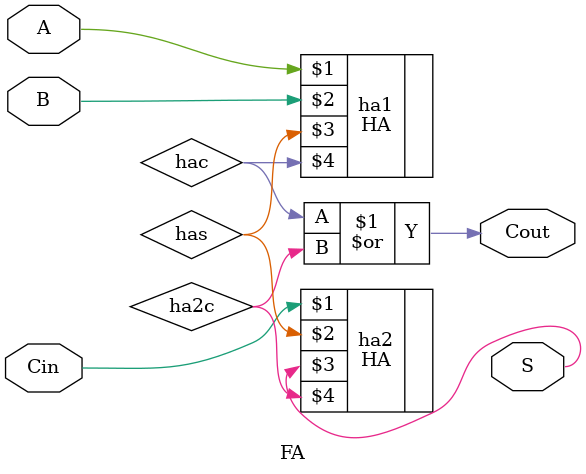
<source format=v>
module FA (input A,B,Cin,output S,Cout);

wire has,hac,ha2c;

HA ha1(A,B,has,hac);
HA ha2(Cin,has,S,ha2c);
or or1(Cout,hac,ha2c);

endmodule

</source>
